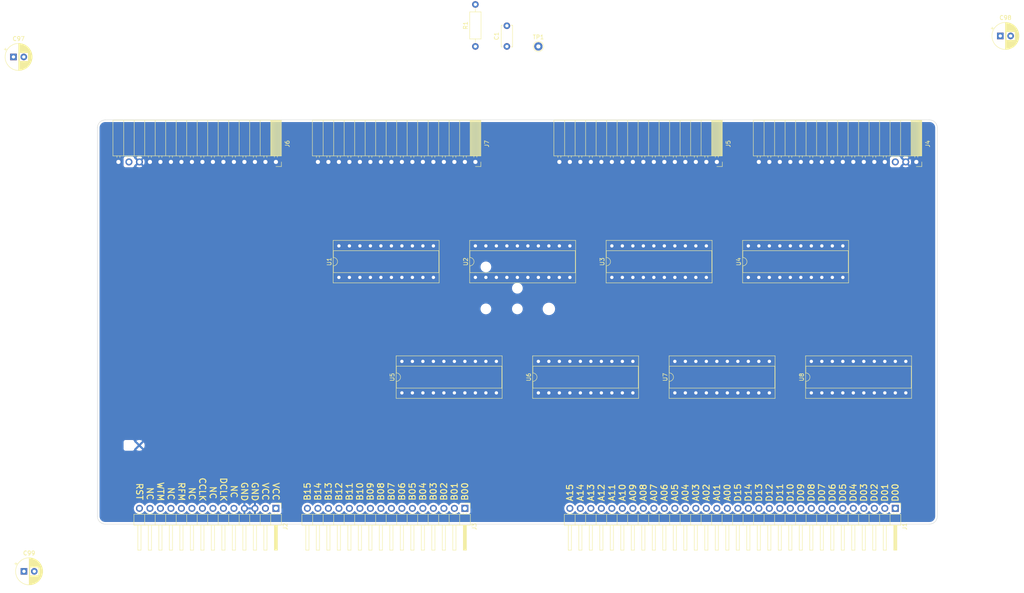
<source format=kicad_pcb>
(kicad_pcb (version 20221018) (generator pcbnew)
  (layers (0 "F.Cu" signal) (31 "B.Cu" signal) (34 "B.Paste" user) (35 "F.Paste" user) (36 "B.SilkS" user "B.Silkscreen") (37 "F.SilkS" user "F.Silkscreen") (38 "B.Mask" user) (39 "F.Mask" user) (44 "Edge.Cuts" user))
  (net 0 "")
  (net 1 "VCC")
  (net 2 "GND")
  (net 3 "/DATA_BUS_00")
  (net 4 "/DATA_BUS_01")
  (net 5 "/DATA_BUS_02")
  (net 6 "/DATA_BUS_03")
  (net 7 "/DATA_BUS_04")
  (net 8 "/DATA_BUS_05")
  (net 9 "/DATA_BUS_06")
  (net 10 "/DATA_BUS_07")
  (net 11 "/DATA_BUS_08")
  (net 12 "/DATA_BUS_09")
  (net 13 "/DATA_BUS_10")
  (net 14 "/DATA_BUS_11")
  (net 15 "/DATA_BUS_12")
  (net 16 "/DATA_BUS_13")
  (net 17 "/DATA_BUS_14")
  (net 18 "/DATA_BUS_15")
  (net 19 "/ADDR_BUS_00")
  (net 20 "/ADDR_BUS_01")
  (net 21 "/ADDR_BUS_02")
  (net 22 "/ADDR_BUS_03")
  (net 23 "/ADDR_BUS_04")
  (net 24 "/ADDR_BUS_05")
  (net 25 "/ADDR_BUS_06")
  (net 26 "/ADDR_BUS_07")
  (net 27 "/ADDR_BUS_08")
  (net 28 "/ADDR_BUS_09")
  (net 29 "/ADDR_BUS_10")
  (net 30 "/ADDR_BUS_11")
  (net 31 "/ADDR_BUS_12")
  (net 32 "/ADDR_BUS_13")
  (net 33 "/ADDR_BUS_14")
  (net 34 "/ADDR_BUS_15")
  (net 40 "/DATA_CLK")
  (net 42 "/CTL_CLK")
  (net 44 "/RFM")
  (net 45 "/BANK_BUS_00")
  (net 46 "/BANK_BUS_01")
  (net 47 "/BANK_BUS_02")
  (net 48 "/BANK_BUS_03")
  (net 49 "/BANK_BUS_04")
  (net 50 "/BANK_BUS_05")
  (net 51 "/BANK_BUS_06")
  (net 52 "/BANK_BUS_07")
  (net 53 "/BANK_BUS_08")
  (net 54 "/BANK_BUS_09")
  (net 55 "/BANK_BUS_10")
  (net 56 "/BANK_BUS_11")
  (net 57 "/BANK_BUS_12")
  (net 58 "/BANK_BUS_13")
  (net 59 "/BANK_BUS_14")
  (net 60 "/BANK_BUS_15")
  (net 61 "/WTM")
  (net 62 "/RESET")
  (footprint "sixteen-bit-computer:peripheral-backplane-membank" (layer "F.Cu") (at 139.7 144.78 -90)
    (fp_text reference "J3")
    (fp_text value "peripheral_membank_connector")
  )
  (footprint "Capacitor_THT:CP_Radial_D6.3mm_P2.50mm" (layer "F.Cu") (at 30.48 35.56)
    (fp_text reference "C97")
    (fp_text value "C_Polarized")
  )
  (footprint "Connector_PinSocket_2.54mm:PinSocket_1x16_P2.54mm_Horizontal" (layer "F.Cu") (at 142.24 60.96 -90)
    (fp_text reference "J7")
    (fp_text value "Conn_01x16_Socket")
  )
  (footprint "Package_DIP:DIP-20_W7.62mm_Socket" (layer "F.Cu") (at 109.22 88.9 90)
    (fp_text reference "U1")
    (fp_text value "74HC245")
  )
  (footprint "Connector_PinSocket_2.54mm:PinSocket_1x16_P2.54mm_Horizontal" (layer "F.Cu") (at 248.92 60.96 -90)
    (fp_text reference "J4")
    (fp_text value "Conn_01x16_Socket")
  )
  (footprint "Connector_Pin:Pin_D1.0mm_L10.0mm" (layer "F.Cu") (at 157.48 33.02 180)
    (fp_text reference "TP1")
    (fp_text value "TestPoint")
  )
  (footprint "Package_DIP:DIP-20_W7.62mm_Socket" (layer "F.Cu") (at 175.26 88.9 90)
    (fp_text reference "U3")
    (fp_text value "74HC245")
  )
  (footprint "sixteen-bit-computer:peripheral-backplane-aux" (layer "F.Cu") (at 93.98 144.78 -90)
    (fp_text reference "J2")
    (fp_text value "peripheral_aux_connector")
  )
  (footprint "Package_DIP:DIP-20_W7.62mm_Socket" (layer "F.Cu") (at 142.24 88.9 90)
    (fp_text reference "U2")
    (fp_text value "74HC245")
  )
  (footprint "Connector_PinSocket_2.54mm:PinSocket_1x16_P2.54mm_Horizontal" (layer "F.Cu") (at 93.98 60.96 -90)
    (fp_text reference "J6")
    (fp_text value "Conn_01x16_Socket")
  )
  (footprint "Resistor_THT:R_Axial_DIN0207_L6.3mm_D2.5mm_P10.16mm_Horizontal" (layer "F.Cu") (at 142.24 33.02 90)
    (fp_text reference "R1")
    (fp_text value "R_US")
  )
  (footprint "Package_DIP:DIP-20_W7.62mm_Socket" (layer "F.Cu") (at 124.46 116.84 90)
    (fp_text reference "U5")
    (fp_text value "74HC245")
  )
  (footprint "Capacitor_THT:CP_Radial_D6.3mm_P2.50mm" (layer "F.Cu") (at 33.02 160.02)
    (fp_text reference "C99")
    (fp_text value "C_Polarized")
  )
  (footprint "Package_DIP:DIP-20_W7.62mm_Socket" (layer "F.Cu") (at 190.5 116.84 90)
    (fp_text reference "U7")
    (fp_text value "74HC245")
  )
  (footprint "Package_DIP:DIP-20_W7.62mm_Socket" (layer "F.Cu") (at 157.48 116.84 90)
    (fp_text reference "U6")
    (fp_text value "74HC245")
  )
  (footprint "Capacitor_THT:C_Disc_D5.0mm_W2.5mm_P5.00mm" (layer "F.Cu") (at 149.86 33.02 90)
    (fp_text reference "C1")
    (fp_text value "C")
  )
  (footprint "Package_DIP:DIP-20_W7.62mm_Socket" (layer "F.Cu") (at 223.52 116.84 90)
    (fp_text reference "U8")
    (fp_text value "74HC245")
  )
  (footprint "Connector_PinSocket_2.54mm:PinSocket_1x16_P2.54mm_Horizontal" (layer "F.Cu") (at 200.66 60.96 -90)
    (fp_text reference "J5")
    (fp_text value "Conn_01x16_Socket")
  )
  (footprint "Package_DIP:DIP-20_W7.62mm_Socket" (layer "F.Cu") (at 208.28 88.9 90)
    (fp_text reference "U4")
    (fp_text value "74HC245")
  )
  (footprint "Capacitor_THT:CP_Radial_D6.3mm_P2.50mm" (layer "F.Cu") (at 269.24 30.48)
    (fp_text reference "C98")
    (fp_text value "C_Polarized")
  )
  (footprint "sixteen-bit-computer:peripheral-backplane-data-addr-anno" (layer "F.Cu") (at 243.84 144.78 -90)
    (fp_text reference "J1")
    (fp_text value "peripheral_addr_bus_connector")
  )
  (gr_line (start 254 52.705) (end 254 146.685) (stroke (width 0.1)) (layer "Edge.Cuts"))
  (gr_arc (start 254 146.685) (mid 253.442038 148.032038) (end 252.095 148.59) (stroke (width 0.1)) (layer "Edge.Cuts"))
  (gr_arc (start 52.705 148.59) (mid 51.357962 148.032038) (end 50.8 146.685) (stroke (width 0.1)) (layer "Edge.Cuts"))
  (gr_line (start 50.8 146.685) (end 50.8 52.705) (stroke (width 0.1)) (layer "Edge.Cuts"))
  (gr_arc (start 50.8 52.705) (mid 51.357962 51.357962) (end 52.705 50.8) (stroke (width 0.1)) (layer "Edge.Cuts"))
  (gr_line (start 252.095 148.59) (end 52.705 148.59) (stroke (width 0.1)) (layer "Edge.Cuts"))
  (gr_arc (start 252.095 50.8) (mid 253.442038 51.357962) (end 254 52.705) (stroke (width 0.1)) (layer "Edge.Cuts"))
  (gr_line (start 52.705 50.8) (end 252.095 50.8) (stroke (width 0.1)) (layer "Edge.Cuts"))
  (segment (start 72.644 72.898) (end 72.644 85.344) (width 0.254) (layer "F.Cu") (net 0))
  (segment (start 71.12 72.898) (end 71.12 85.344) (width 0.254) (layer "F.Cu") (net 0))
  (segment (start 242.824 83.82) (end 242.824 71.374) (width 0.254) (layer "F.Cu") (net 0))
  (segment (start 219.71 74.422) (end 232.156 74.422) (width 0.254) (layer "F.Cu") (net 0))
  (segment (start 108.458 69.342) (end 120.904 69.342) (width 0.254) (layer "F.Cu") (net 0))
  (segment (start 236.22 102.362) (end 223.774 102.362) (width 0.254) (layer "F.Cu") (net 0))
  (segment (start 237.49 83.82) (end 237.49 71.374) (width 0.254) (layer "F.Cu") (net 0))
  (segment (start 246.634 83.82) (end 246.634 71.374) (width 0.254) (layer "F.Cu") (net 0))
  (segment (start 236.22 99.314) (end 223.774 99.314) (width 0.254) (layer "F.Cu") (net 0))
  (segment (start 100.33 79.756) (end 100.33 92.202) (width 0.254) (layer "F.Cu") (net 0))
  (segment (start 188.214 65.786) (end 200.66 65.786) (width 0.254) (layer "F.Cu") (net 0))
  (segment (start 71.882 72.898) (end 71.882 85.344) (width 0.254) (layer "F.Cu") (net 0))
  (segment (start 219.71 75.946) (end 232.156 75.946) (width 0.254) (layer "F.Cu") (net 0))
  (segment (start 241.3 83.82) (end 241.3 71.374) (width 0.254) (layer "F.Cu") (net 0))
  (segment (start 236.22 124.714) (end 223.774 124.714) (width 0.254) (layer "F.Cu") (net 0))
  (segment (start 236.22 100.838) (end 223.774 100.838) (width 0.254) (layer "F.Cu") (net 0))
  (segment (start 94.234 79.756) (end 94.234 92.202) (width 0.254) (layer "F.Cu") (net 0))
  (segment (start 248.158 83.82) (end 248.158 71.374) (width 0.254) (layer "F.Cu") (net 0))
  (segment (start 236.22 123.19) (end 223.774 123.19) (width 0.254) (layer "F.Cu") (net 0))
  (segment (start 245.872 83.82) (end 245.872 71.374) (width 0.254) (layer "F.Cu") (net 0))
  (segment (start 104.14 79.756) (end 104.14 92.202) (width 0.254) (layer "F.Cu") (net 0))
  (segment (start 108.458 76.2) (end 120.904 76.2) (width 0.254) (layer "F.Cu") (net 0))
  (segment (start 240.538 83.82) (end 240.538 71.374) (width 0.254) (layer "F.Cu") (net 0))
  (segment (start 236.22 123.952) (end 223.774 123.952) (width 0.254) (layer "F.Cu") (net 0))
  (segment (start 80.264 72.898) (end 80.264 85.344) (width 0.254) (layer "F.Cu") (net 0))
  (segment (start 236.22 97.028) (end 223.774 97.028) (width 0.254) (layer "F.Cu") (net 0))
  (segment (start 236.22 133.096) (end 223.774 133.096) (width 0.254) (layer "F.Cu") (net 0))
  (segment (start 236.22 130.81) (end 223.774 130.81) (width 0.254) (layer "F.Cu") (net 0))
  (segment (start 243.586 83.82) (end 243.586 71.374) (width 0.254) (layer "F.Cu") (net 0))
  (segment (start 247.396 83.82) (end 247.396 71.374) (width 0.254) (layer "F.Cu") (net 0))
  (segment (start 248.92 83.82) (end 248.92 71.374) (width 0.254) (layer "F.Cu") (net 0))
  (segment (start 236.22 132.334) (end 223.774 132.334) (width 0.254) (layer "F.Cu") (net 0))
  (segment (start 95.758 79.756) (end 95.758 92.202) (width 0.254) (layer "F.Cu") (net 0))
  (segment (start 108.458 72.39) (end 120.904 72.39) (width 0.254) (layer "F.Cu") (net 0))
  (segment (start 77.978 72.898) (end 77.978 85.344) (width 0.254) (layer "F.Cu") (net 0))
  (segment (start 101.092 79.756) (end 101.092 92.202) (width 0.254) (layer "F.Cu") (net 0))
  (segment (start 77.216 72.898) (end 77.216 85.344) (width 0.254) (layer "F.Cu") (net 0))
  (segment (start 108.458 73.152) (end 120.904 73.152) (width 0.254) (layer "F.Cu") (net 0))
  (segment (start 236.22 133.858) (end 223.774 133.858) (width 0.254) (layer "F.Cu") (net 0))
  (segment (start 188.214 68.834) (end 200.66 68.834) (width 0.254) (layer "F.Cu") (net 0))
  (segment (start 108.458 75.438) (end 120.904 75.438) (width 0.254) (layer "F.Cu") (net 0))
  (segment (start 239.776 83.82) (end 239.776 71.374) (width 0.254) (layer "F.Cu") (net 0))
  (segment (start 93.472 79.756) (end 93.472 92.202) (width 0.254) (layer "F.Cu") (net 0))
  (segment (start 236.22 131.572) (end 223.774 131.572) (width 0.254) (layer "F.Cu") (net 0))
  (segment (start 236.22 100.076) (end 223.774 100.076) (width 0.254) (layer "F.Cu") (net 0))
  (segment (start 236.22 95.504) (end 223.774 95.504) (width 0.254) (layer "F.Cu") (net 0))
  (segment (start 96.52 79.756) (end 96.52 92.202) (width 0.254) (layer "F.Cu") (net 0))
  (segment (start 236.22 129.286) (end 223.774 129.286) (width 0.254) (layer "F.Cu") (net 0))
  (segment (start 103.378 79.756) (end 103.378 92.202) (width 0.254) (layer "F.Cu") (net 0))
  (segment (start 94.996 79.756) (end 94.996 92.202) (width 0.254) (layer "F.Cu") (net 0))
  (segment (start 108.458 65.532) (end 120.904 65.532) (width 0.254) (layer "F.Cu") (net 0))
  (segment (start 108.458 68.58) (end 120.904 68.58) (width 0.254) (layer "F.Cu") (net 0))
  (segment (start 188.214 70.358) (end 200.66 70.358) (width 0.254) (layer "F.Cu") (net 0))
  (segment (start 219.71 76.708) (end 232.156 76.708) (width 0.254) (layer "F.Cu") (net 0))
  (segment (start 219.71 77.47) (end 232.156 77.47) (width 0.254) (layer "F.Cu") (net 0))
  (segment (start 75.692 72.898) (end 75.692 85.344) (width 0.254) (layer "F.Cu") (net 0))
  (segment (start 101.854 79.756) (end 101.854 92.202) (width 0.254) (layer "F.Cu") (net 0))
  (segment (start 236.22 128.524) (end 223.774 128.524) (width 0.254) (layer "F.Cu") (net 0))
  (segment (start 99.568 79.756) (end 99.568 92.202) (width 0.254) (layer "F.Cu") (net 0))
  (segment (start 78.74 72.898) (end 78.74 85.344) (width 0.254) (layer "F.Cu") (net 0))
  (segment (start 108.458 71.628) (end 120.904 71.628) (width 0.254) (layer "F.Cu") (net 0))
  (segment (start 108.458 70.104) (end 120.904 70.104) (width 0.254) (layer "F.Cu") (net 0))
  (segment (start 188.214 71.12) (end 200.66 71.12) (width 0.254) (layer "F.Cu") (net 0))
  (segment (start 236.22 104.648) (end 223.774 104.648) (width 0.254) (layer "F.Cu") (net 0))
  (segment (start 219.71 72.898) (end 232.156 72.898) (width 0.254) (layer "F.Cu") (net 0))
  (segment (start 74.93 72.898) (end 74.93 85.344) (width 0.254) (layer "F.Cu") (net 0))
  (segment (start 236.22 103.124) (end 223.774 103.124) (width 0.254) (layer "F.Cu") (net 0))
  (segment (start 236.22 130.048) (end 223.774 130.048) (width 0.254) (layer "F.Cu") (net 0))
  (segment (start 74.168 72.898) (end 74.168 85.344) (width 0.254) (layer "F.Cu") (net 0))
  (segment (start 239.014 83.82) (end 239.014 71.374) (width 0.254) (layer "F.Cu") (net 0))
  (segment (start 236.22 97.79) (end 223.774 97.79) (width 0.254) (layer "F.Cu") (net 0))
  (segment (start 76.454 72.898) (end 76.454 85.344) (width 0.254) (layer "F.Cu") (net 0))
  (segment (start 108.458 74.676) (end 120.904 74.676) (width 0.254) (layer "F.Cu") (net 0))
  (segment (start 98.044 79.756) (end 98.044 92.202) (width 0.254) (layer "F.Cu") (net 0))
  (segment (start 97.282 79.756) (end 97.282 92.202) (width 0.254) (layer "F.Cu") (net 0))
  (segment (start 238.252 83.82) (end 238.252 71.374) (width 0.254) (layer "F.Cu") (net 0))
  (segment (start 81.026 72.898) (end 81.026 85.344) (width 0.254) (layer "F.Cu") (net 0))
  (segment (start 108.458 66.294) (end 120.904 66.294) (width 0.254) (layer "F.Cu") (net 0))
  (segment (start 79.502 72.898) (end 79.502 85.344) (width 0.254) (layer "F.Cu") (net 0))
  (segment (start 219.71 75.184) (end 232.156 75.184) (width 0.254) (layer "F.Cu") (net 0))
  (segment (start 236.22 127) (end 223.774 127) (width 0.254) (layer "F.Cu") (net 0))
  (segment (start 236.22 96.266) (end 223.774 96.266) (width 0.254) (layer "F.Cu") (net 0))
  (segment (start 108.458 70.866) (end 120.904 70.866) (width 0.254) (layer "F.Cu") (net 0))
  (segment (start 188.214 68.072) (end 200.66 68.072) (width 0.254) (layer "F.Cu") (net 0))
  (segment (start 81.788 72.898) (end 81.788 85.344) (width 0.254) (layer "F.Cu") (net 0))
  (segment (start 70.358 72.898) (end 70.358 85.344) (width 0.254) (layer "F.Cu") (net 0))
  (segment (start 236.22 94.742) (end 223.774 94.742) (width 0.254) (layer "F.Cu") (net 0))
  (segment (start 188.214 66.548) (end 200.66 66.548) (width 0.254) (layer "F.Cu") (net 0))
  (segment (start 102.616 79.756) (end 102.616 92.202) (width 0.254) (layer "F.Cu") (net 0))
  (segment (start 98.806 79.756) (end 98.806 92.202) (width 0.254) (layer "F.Cu") (net 0))
  (segment (start 219.71 78.232) (end 232.156 78.232) (width 0.254) (layer "F.Cu") (net 0))
  (segment (start 236.22 125.476) (end 223.774 125.476) (width 0.254) (layer "F.Cu") (net 0))
  (segment (start 73.406 72.898) (end 73.406 85.344) (width 0.254) (layer "F.Cu") (net 0))
  (segment (start 188.214 67.31) (end 200.66 67.31) (width 0.254) (layer "F.Cu") (net 0))
  (segment (start 236.22 98.552) (end 223.774 98.552) (width 0.254) (layer "F.Cu") (net 0))
  (segment (start 236.22 103.886) (end 223.774 103.886) (width 0.254) (layer "F.Cu") (net 0))
  (segment (start 108.458 76.962) (end 120.904 76.962) (width 0.254) (layer "F.Cu") (net 0))
  (segment (start 236.22 93.98) (end 223.774 93.98) (width 0.254) (layer "F.Cu") (net 0))
  (segment (start 236.22 134.62) (end 223.774 134.62) (width 0.254) (layer "F.Cu") (net 0))
  (segment (start 108.458 73.914) (end 120.904 73.914) (width 0.254) (layer "F.Cu") (net 0))
  (segment (start 104.902 79.756) (end 104.902 92.202) (width 0.254) (layer "F.Cu") (net 0))
  (segment (start 245.11 83.82) (end 245.11 71.374) (width 0.254) (layer "F.Cu") (net 0))
  (segment (start 188.214 69.596) (end 200.66 69.596) (width 0.254) (layer "F.Cu") (net 0))
  (segment (start 219.71 73.66) (end 232.156 73.66) (width 0.254) (layer "F.Cu") (net 0))
  (segment (start 236.22 127.762) (end 223.774 127.762) (width 0.254) (layer "F.Cu") (net 0))
  (segment (start 108.458 67.056) (end 120.904 67.056) (width 0.254) (layer "F.Cu") (net 0))
  (segment (start 236.22 101.6) (end 223.774 101.6) (width 0.254) (layer "F.Cu") (net 0))
  (segment (start 236.22 126.238) (end 223.774 126.238) (width 0.254) (layer "F.Cu") (net 0))
  (segment (start 244.348 83.82) (end 244.348 71.374) (width 0.254) (layer "F.Cu") (net 0))
  (segment (start 236.22 105.41) (end 223.774 105.41) (width 0.254) (layer "F.Cu") (net 0))
  (segment (start 108.458 67.818) (end 120.904 67.818) (width 0.254) (layer "F.Cu") (net 0))
  (segment (start 242.062 83.82) (end 242.062 71.374) (width 0.254) (layer "F.Cu") (net 0))
  (zone locked (net 2) (net_name "GND") (layer "B.Cu") (connect_pads (clearance 0.5)) (min_thickness 0.25) (fill yes (thermal_gap 0.5) (thermal_bridge_width 0.5))
    (polygon (pts (xy 45.72 45.72) (xy 259.08 45.72) (xy 259.08 152.4) (xy 45.72 152.4)))
  )
)
</source>
